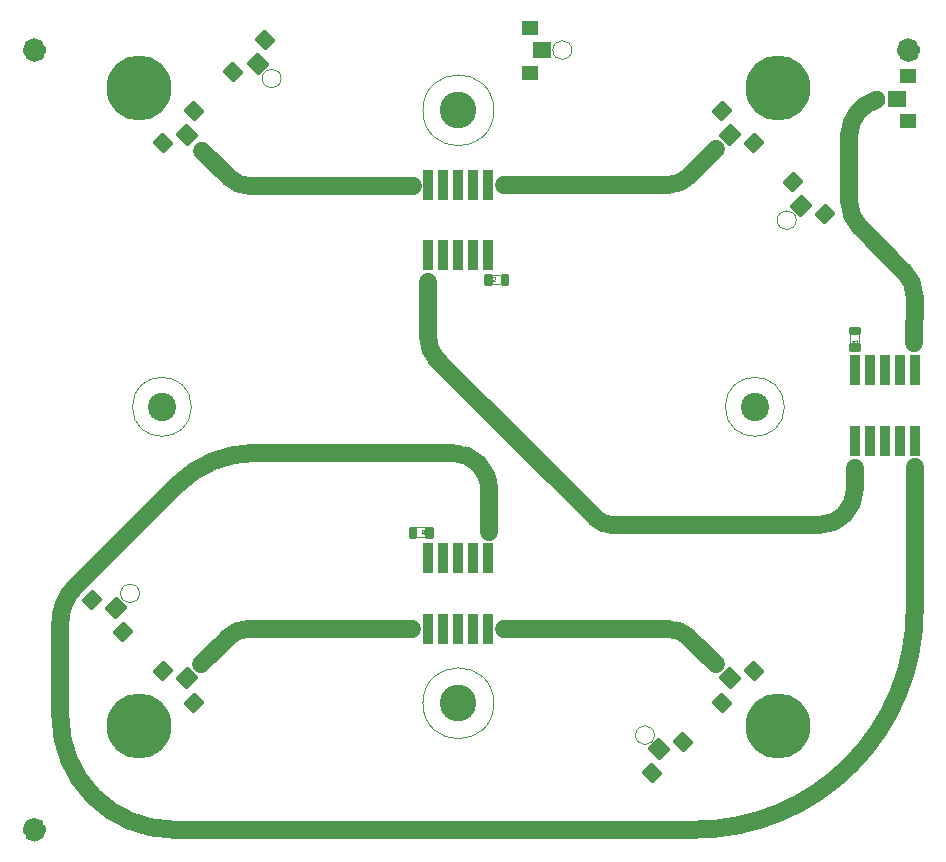
<source format=gbr>
%TF.GenerationSoftware,KiCad,Pcbnew,(6.0.2)*%
%TF.CreationDate,2022-09-07T19:19:14-04:00*%
%TF.ProjectId,plusz-end-card-with-turnstile-mezzanine,706c7573-7a2d-4656-9e64-2d636172642d,rev?*%
%TF.SameCoordinates,Original*%
%TF.FileFunction,Soldermask,Top*%
%TF.FilePolarity,Negative*%
%FSLAX46Y46*%
G04 Gerber Fmt 4.6, Leading zero omitted, Abs format (unit mm)*
G04 Created by KiCad (PCBNEW (6.0.2)) date 2022-09-07 19:19:14*
%MOMM*%
%LPD*%
G01*
G04 APERTURE LIST*
G04 Aperture macros list*
%AMRoundRect*
0 Rectangle with rounded corners*
0 $1 Rounding radius*
0 $2 $3 $4 $5 $6 $7 $8 $9 X,Y pos of 4 corners*
0 Add a 4 corners polygon primitive as box body*
4,1,4,$2,$3,$4,$5,$6,$7,$8,$9,$2,$3,0*
0 Add four circle primitives for the rounded corners*
1,1,$1+$1,$2,$3*
1,1,$1+$1,$4,$5*
1,1,$1+$1,$6,$7*
1,1,$1+$1,$8,$9*
0 Add four rect primitives between the rounded corners*
20,1,$1+$1,$2,$3,$4,$5,0*
20,1,$1+$1,$4,$5,$6,$7,0*
20,1,$1+$1,$6,$7,$8,$9,0*
20,1,$1+$1,$8,$9,$2,$3,0*%
G04 Aperture macros list end*
%ADD10C,1.500000*%
%ADD11C,0.100000*%
%ADD12C,0.038250*%
%ADD13C,0.430000*%
%ADD14C,0.080000*%
%ADD15C,1.000000*%
%ADD16RoundRect,0.063500X0.070711X-0.919239X0.919239X-0.070711X-0.070711X0.919239X-0.919239X0.070711X0*%
%ADD17RoundRect,0.063500X0.813173X-0.035355X-0.035355X0.813173X-0.813173X0.035355X0.035355X-0.813173X0*%
%ADD18C,5.500000*%
%ADD19RoundRect,0.063500X-0.700000X0.600000X-0.700000X-0.600000X0.700000X-0.600000X0.700000X0.600000X0*%
%ADD20RoundRect,0.063500X-0.600000X-0.550000X0.600000X-0.550000X0.600000X0.550000X-0.600000X0.550000X0*%
%ADD21C,3.100000*%
%ADD22RoundRect,0.063500X-0.919239X-0.070711X-0.070711X-0.919239X0.919239X0.070711X0.070711X0.919239X0*%
%ADD23RoundRect,0.063500X-0.035355X-0.813173X0.813173X0.035355X0.035355X0.813173X-0.813173X-0.035355X0*%
%ADD24C,2.400000*%
%ADD25RoundRect,0.063500X0.700000X-0.600000X0.700000X0.600000X-0.700000X0.600000X-0.700000X-0.600000X0*%
%ADD26RoundRect,0.063500X0.600000X0.550000X-0.600000X0.550000X-0.600000X-0.550000X0.600000X-0.550000X0*%
%ADD27RoundRect,0.063500X0.381000X1.206500X-0.381000X1.206500X-0.381000X-1.206500X0.381000X-1.206500X0*%
%ADD28RoundRect,0.063500X-0.381000X-1.206500X0.381000X-1.206500X0.381000X1.206500X-0.381000X1.206500X0*%
%ADD29RoundRect,0.063500X0.919239X0.070711X0.070711X0.919239X-0.919239X-0.070711X-0.070711X-0.919239X0*%
%ADD30RoundRect,0.063500X0.035355X0.813173X-0.813173X-0.035355X-0.035355X-0.813173X0.813173X0.035355X0*%
%ADD31RoundRect,0.063500X-0.070711X0.919239X-0.919239X0.070711X0.070711X-0.919239X0.919239X-0.070711X0*%
%ADD32RoundRect,0.063500X-0.813173X0.035355X0.035355X-0.813173X0.813173X-0.035355X-0.035355X0.813173X0*%
G04 APERTURE END LIST*
D10*
X180501100Y-85010960D02*
G75*
G03*
X181379777Y-87132279I2999996J-3D01*
G01*
X127968865Y-82921366D02*
X125701100Y-80653600D01*
X127868865Y-121885835D02*
X125601100Y-124153600D01*
X180501100Y-79253600D02*
X180501100Y-85010960D01*
X144861100Y-91753600D02*
X144861100Y-96518066D01*
X114961765Y-117592935D02*
X123559684Y-108995016D01*
X159015312Y-111767813D02*
X145801100Y-98553600D01*
X113701100Y-128563600D02*
X113701100Y-120636447D01*
X186041100Y-93036242D02*
G75*
G03*
X185162421Y-90914922I-2999998J1D01*
G01*
X186041100Y-93036241D02*
X186011100Y-96988600D01*
X144861100Y-96518066D02*
G75*
G03*
X145533333Y-98285835I2470004J-72427D01*
G01*
X150001100Y-112953600D02*
X150001100Y-109353600D01*
D11*
X150401100Y-77253600D02*
G75*
G03*
X150401100Y-77253600I-3000000J0D01*
G01*
D10*
X145801100Y-98553600D02*
X145739778Y-98492279D01*
X177961100Y-112353600D02*
X160429528Y-112353600D01*
D11*
X164001100Y-130153600D02*
G75*
G03*
X164001100Y-130153600I-800000J0D01*
G01*
D10*
X181379778Y-87132279D02*
X185162421Y-90914922D01*
X166933335Y-121885836D02*
G75*
G03*
X165165565Y-121153600I-1767771J-1767767D01*
G01*
D11*
X132401100Y-74553600D02*
G75*
G03*
X132401100Y-74553600I-800000J0D01*
G01*
D10*
X186041100Y-107458600D02*
X186041100Y-119473600D01*
X151301100Y-121153600D02*
X165165565Y-121153600D01*
D11*
X176001100Y-86553600D02*
G75*
G03*
X176001100Y-86553600I-800000J0D01*
G01*
D10*
X129636634Y-121153600D02*
G75*
G03*
X127868864Y-121885834I-2J-2500001D01*
G01*
X166933334Y-121885835D02*
X169201100Y-124153600D01*
X151301100Y-83553600D02*
X165165565Y-83553600D01*
X113701100Y-128563600D02*
G75*
G03*
X123291100Y-138153600I9590000J0D01*
G01*
D11*
X150401100Y-127453600D02*
G75*
G03*
X150401100Y-127453600I-3000000J0D01*
G01*
D10*
X143501100Y-121153600D02*
X129636634Y-121153600D01*
X127968865Y-82921367D02*
G75*
G03*
X129736634Y-83653600I1767767J1767768D01*
G01*
X143601100Y-83653600D02*
X129736634Y-83653600D01*
X129743740Y-106253600D02*
X146901100Y-106253600D01*
X177961100Y-112353600D02*
G75*
G03*
X180961100Y-109353600I-1J3000001D01*
G01*
X180961100Y-107538600D02*
X180961100Y-109353600D01*
D11*
X175001100Y-102353600D02*
G75*
G03*
X175001100Y-102353600I-2500000J0D01*
G01*
D10*
X159015312Y-111767813D02*
G75*
G03*
X160429528Y-112353600I1414216J1414217D01*
G01*
X182801100Y-76353600D02*
G75*
G03*
X180501099Y-79253600I920813J-3092370D01*
G01*
D11*
X120401100Y-118153600D02*
G75*
G03*
X120401100Y-118153600I-800000J0D01*
G01*
D10*
X145533334Y-98285835D02*
X145801100Y-98553600D01*
X166933334Y-82821366D02*
X169201100Y-80553600D01*
X150001100Y-109353600D02*
G75*
G03*
X146901100Y-106253600I-3100000J0D01*
G01*
X130178053Y-106253601D02*
G75*
G03*
X123559684Y-108995016I2J-9359800D01*
G01*
D11*
X124801100Y-102353600D02*
G75*
G03*
X124801100Y-102353600I-2500000J0D01*
G01*
D10*
X165165565Y-83553600D02*
G75*
G03*
X166933334Y-82821365I-1J2500003D01*
G01*
X114961765Y-117592936D02*
G75*
G03*
X113701100Y-120636447I3043502J-3043509D01*
G01*
X167461100Y-138153600D02*
G75*
G03*
X186041100Y-119473600I-49999J18629999D01*
G01*
X167461100Y-138153600D02*
X123291100Y-138153600D01*
D11*
X157001100Y-72153600D02*
G75*
G03*
X157001100Y-72153600I-800000J0D01*
G01*
D12*
%TO.C,R2*%
X150162808Y-91717248D02*
X150042225Y-91544986D01*
X149956094Y-91717248D02*
X149956094Y-91355498D01*
X150093904Y-91355498D01*
X150128356Y-91372725D01*
X150145582Y-91389951D01*
X150162808Y-91424403D01*
X150162808Y-91476082D01*
X150145582Y-91510534D01*
X150128356Y-91527760D01*
X150093904Y-91544986D01*
X149956094Y-91544986D01*
X150300618Y-91389951D02*
X150317844Y-91372725D01*
X150352297Y-91355498D01*
X150438427Y-91355498D01*
X150472880Y-91372725D01*
X150490106Y-91389951D01*
X150507332Y-91424403D01*
X150507332Y-91458855D01*
X150490106Y-91510534D01*
X150283392Y-91717248D01*
X150507332Y-91717248D01*
%TO.C,R1*%
X181114748Y-97031891D02*
X180942486Y-97152474D01*
X181114748Y-97238605D02*
X180752998Y-97238605D01*
X180752998Y-97100795D01*
X180770225Y-97066343D01*
X180787451Y-97049117D01*
X180821903Y-97031891D01*
X180873582Y-97031891D01*
X180908034Y-97049117D01*
X180925260Y-97066343D01*
X180942486Y-97100795D01*
X180942486Y-97238605D01*
X181114748Y-96687367D02*
X181114748Y-96894081D01*
X181114748Y-96790724D02*
X180752998Y-96790724D01*
X180804677Y-96825176D01*
X180839129Y-96859629D01*
X180856355Y-96894081D01*
%TO.C,R3*%
X144518807Y-113117248D02*
X144398224Y-112944986D01*
X144312093Y-113117248D02*
X144312093Y-112755498D01*
X144449902Y-112755498D01*
X144484355Y-112772725D01*
X144501581Y-112789951D01*
X144518807Y-112824403D01*
X144518807Y-112876082D01*
X144501581Y-112910534D01*
X144484355Y-112927760D01*
X144449902Y-112944986D01*
X144312093Y-112944986D01*
X144639391Y-112755498D02*
X144863331Y-112755498D01*
X144742748Y-112893308D01*
X144794426Y-112893308D01*
X144828879Y-112910534D01*
X144846105Y-112927760D01*
X144863331Y-112962213D01*
X144863331Y-113048344D01*
X144846105Y-113082796D01*
X144828879Y-113100022D01*
X144794426Y-113117248D01*
X144691069Y-113117248D01*
X144656617Y-113100022D01*
X144639391Y-113082796D01*
D13*
%TO.C,R2*%
X151446100Y-91848600D02*
X151446100Y-91258600D01*
X149756100Y-91848600D02*
X149756100Y-91258600D01*
D11*
X151391100Y-91953600D02*
X149811100Y-91953600D01*
D13*
X149756100Y-91258600D02*
X150046100Y-91258600D01*
X149756100Y-91848600D02*
X150046100Y-91848600D01*
D14*
X149801100Y-91963600D02*
X149801100Y-91143600D01*
D13*
X151156100Y-91848600D02*
X151446100Y-91848600D01*
X151156100Y-91848600D02*
X151156100Y-91258600D01*
X150046100Y-91848600D02*
X150046100Y-91258600D01*
X151156100Y-91258600D02*
X151446100Y-91258600D01*
D14*
X151401100Y-91143600D02*
X151401100Y-91963600D01*
D11*
X149811100Y-91153600D02*
X151391100Y-91153600D01*
D15*
%TO.C,FIDUCIAL3*%
X112001100Y-72153600D02*
G75*
G03*
X112001100Y-72153600I-500000J0D01*
G01*
%TO.C,FIDUCIAL2*%
X112001100Y-138153600D02*
G75*
G03*
X112001100Y-138153600I-500000J0D01*
G01*
%TO.C,FIDUCIAL4*%
X186001100Y-72153600D02*
G75*
G03*
X186001100Y-72153600I-500000J0D01*
G01*
D13*
%TO.C,R1*%
X180656100Y-97438600D02*
X180656100Y-97148600D01*
X181246100Y-97438600D02*
X181246100Y-97148600D01*
X181246100Y-96038600D02*
X181246100Y-95748600D01*
X180656100Y-96038600D02*
X180656100Y-95748600D01*
X181246100Y-96038600D02*
X180656100Y-96038600D01*
X181246100Y-97148600D02*
X180656100Y-97148600D01*
X181246100Y-95748600D02*
X180656100Y-95748600D01*
X181246100Y-97438600D02*
X180656100Y-97438600D01*
D11*
X180551100Y-97383600D02*
X180551100Y-95803600D01*
D14*
X181361100Y-97393600D02*
X180541100Y-97393600D01*
X180541100Y-95793600D02*
X181361100Y-95793600D01*
D11*
X181351100Y-95803600D02*
X181351100Y-97383600D01*
D14*
%TO.C,R3*%
X145001100Y-112543600D02*
X145001100Y-113363600D01*
D13*
X143646100Y-112658600D02*
X143356100Y-112658600D01*
X144756100Y-112658600D02*
X144756100Y-113248600D01*
X145046100Y-112658600D02*
X145046100Y-113248600D01*
X143646100Y-112658600D02*
X143646100Y-113248600D01*
X143646100Y-113248600D02*
X143356100Y-113248600D01*
D14*
X143401100Y-113363600D02*
X143401100Y-112543600D01*
D11*
X143411100Y-112553600D02*
X144991100Y-112553600D01*
D13*
X143356100Y-112658600D02*
X143356100Y-113248600D01*
D11*
X144991100Y-113353600D02*
X143411100Y-113353600D01*
D13*
X145046100Y-113248600D02*
X144756100Y-113248600D01*
X145046100Y-112658600D02*
X144756100Y-112658600D01*
%TD*%
D16*
%TO.C,J10*%
X130413235Y-73356982D03*
D17*
X128362625Y-73993378D03*
X131049631Y-71306372D03*
%TD*%
D18*
%TO.C,@HOLE7*%
X120371100Y-129383600D03*
%TD*%
D19*
%TO.C,J1*%
X184501100Y-76253600D03*
D20*
X185501100Y-74353600D03*
X185501100Y-78153600D03*
%TD*%
D21*
%TO.C,@HOLE3*%
X147401100Y-127453600D03*
%TD*%
D22*
%TO.C,J2*%
X170393993Y-79360707D03*
D23*
X169757597Y-77310097D03*
X172444603Y-79997103D03*
%TD*%
D24*
%TO.C,@HOLE0*%
X122301100Y-102353600D03*
%TD*%
D25*
%TO.C,J6*%
X154501100Y-72153600D03*
D26*
X153501100Y-74053600D03*
X153501100Y-70253600D03*
%TD*%
D16*
%TO.C,J3*%
X124408207Y-79360707D03*
D17*
X122357597Y-79997103D03*
X125044603Y-77310097D03*
%TD*%
D27*
%TO.C,U1*%
X186041100Y-99268600D03*
X184771100Y-99268600D03*
X183501100Y-99268600D03*
X182231100Y-99268600D03*
X180961100Y-99268600D03*
X180961100Y-105238600D03*
X182231100Y-105238600D03*
X183501100Y-105238600D03*
X184771100Y-105238600D03*
X186041100Y-105238600D03*
%TD*%
D28*
%TO.C,U2*%
X144861100Y-89538600D03*
X146131100Y-89538600D03*
X147401100Y-89538600D03*
X148671100Y-89538600D03*
X149941100Y-89538600D03*
X149941100Y-83568600D03*
X148671100Y-83568600D03*
X147401100Y-83568600D03*
X146131100Y-83568600D03*
X144861100Y-83568600D03*
%TD*%
D29*
%TO.C,J9*%
X118408207Y-119346493D03*
D30*
X119044603Y-121397103D03*
X116357597Y-118710097D03*
%TD*%
D24*
%TO.C,@HOLE1*%
X172501100Y-102353600D03*
%TD*%
D18*
%TO.C,@HOLE6*%
X174431100Y-129383600D03*
%TD*%
D29*
%TO.C,J5*%
X124408207Y-125346493D03*
D30*
X125044603Y-127397103D03*
X122357597Y-124710097D03*
%TD*%
D22*
%TO.C,J7*%
X176393993Y-85360707D03*
D23*
X175757597Y-83310097D03*
X178444603Y-85997103D03*
%TD*%
D27*
%TO.C,U3*%
X149941100Y-115168600D03*
X148671100Y-115168600D03*
X147401100Y-115168600D03*
X146131100Y-115168600D03*
X144861100Y-115168600D03*
X144861100Y-121138600D03*
X146131100Y-121138600D03*
X147401100Y-121138600D03*
X148671100Y-121138600D03*
X149941100Y-121138600D03*
%TD*%
D18*
%TO.C,@HOLE4*%
X174431100Y-75323600D03*
%TD*%
%TO.C,@HOLE5*%
X120371100Y-75323600D03*
%TD*%
D21*
%TO.C,@HOLE2*%
X147401100Y-77253600D03*
%TD*%
D31*
%TO.C,J4*%
X170393993Y-125346493D03*
D32*
X172444603Y-124710097D03*
X169757597Y-127397103D03*
%TD*%
D31*
%TO.C,J8*%
X164393993Y-131346493D03*
D32*
X166444603Y-130710097D03*
X163757597Y-133397103D03*
%TD*%
M02*

</source>
